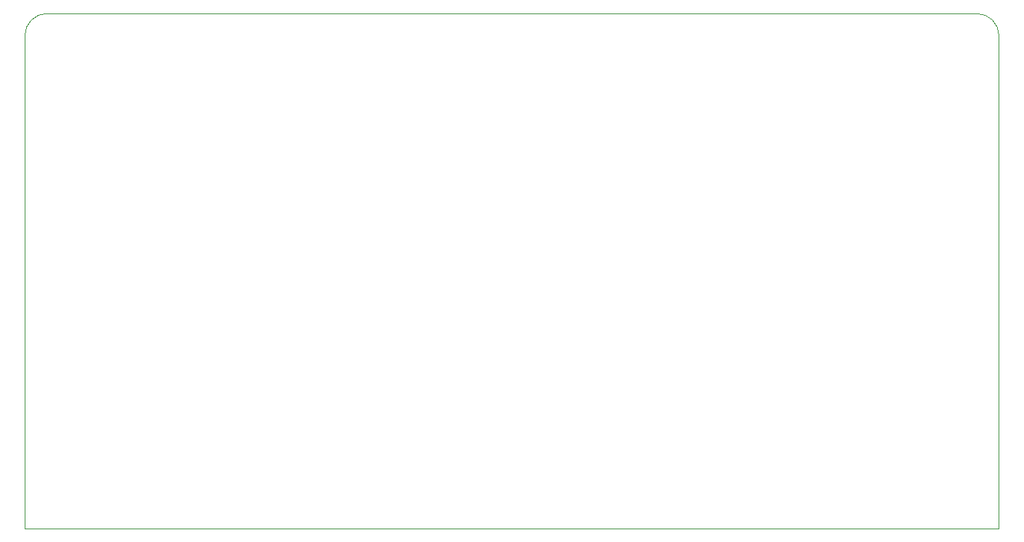
<source format=gbr>
G04 #@! TF.GenerationSoftware,KiCad,Pcbnew,8.0.3*
G04 #@! TF.CreationDate,2024-07-14T21:47:19+02:00*
G04 #@! TF.ProjectId,aZ80_DIO,615a3830-5f44-4494-9f2e-6b696361645f,rev?*
G04 #@! TF.SameCoordinates,Original*
G04 #@! TF.FileFunction,Profile,NP*
%FSLAX46Y46*%
G04 Gerber Fmt 4.6, Leading zero omitted, Abs format (unit mm)*
G04 Created by KiCad (PCBNEW 8.0.3) date 2024-07-14 21:47:19*
%MOMM*%
%LPD*%
G01*
G04 APERTURE LIST*
G04 #@! TA.AperFunction,Profile*
%ADD10C,0.120000*%
G04 #@! TD*
G04 APERTURE END LIST*
D10*
X82895000Y-58445000D02*
G75*
G02*
X85395000Y-55945000I2500000J0D01*
G01*
X190655000Y-55955000D02*
G75*
G02*
X193145000Y-58445000I0J-2490000D01*
G01*
X85395000Y-55945000D02*
X190655000Y-55955000D01*
X193145000Y-58445000D02*
X193140000Y-114276000D01*
X82900000Y-114276000D02*
X82895000Y-58445000D01*
X193140000Y-114276000D02*
X82904000Y-114276000D01*
M02*

</source>
